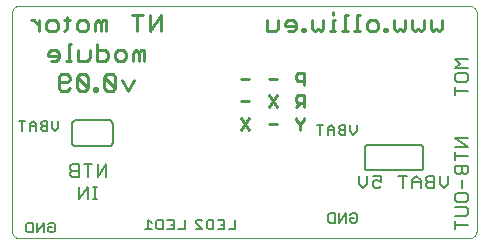
<source format=gbo>
G75*
%MOIN*%
%OFA0B0*%
%FSLAX24Y24*%
%IPPOS*%
%LPD*%
%AMOC8*
5,1,8,0,0,1.08239X$1,22.5*
%
%ADD10C,0.0000*%
%ADD11C,0.0100*%
%ADD12C,0.0080*%
%ADD13C,0.0060*%
D10*
X000425Y000238D02*
X015425Y000238D01*
X015455Y000240D01*
X015485Y000245D01*
X015514Y000254D01*
X015541Y000267D01*
X015567Y000282D01*
X015591Y000301D01*
X015612Y000322D01*
X015631Y000346D01*
X015646Y000372D01*
X015659Y000399D01*
X015668Y000428D01*
X015673Y000458D01*
X015675Y000488D01*
X015675Y007738D01*
X015673Y007768D01*
X015668Y007798D01*
X015659Y007827D01*
X015646Y007854D01*
X015631Y007880D01*
X015612Y007904D01*
X015591Y007925D01*
X015567Y007944D01*
X015541Y007959D01*
X015514Y007972D01*
X015485Y007981D01*
X015455Y007986D01*
X015425Y007988D01*
X000425Y007988D01*
X000395Y007986D01*
X000365Y007981D01*
X000336Y007972D01*
X000309Y007959D01*
X000283Y007944D01*
X000259Y007925D01*
X000238Y007904D01*
X000219Y007880D01*
X000204Y007854D01*
X000191Y007827D01*
X000182Y007798D01*
X000177Y007768D01*
X000175Y007738D01*
X000175Y000488D01*
X000177Y000458D01*
X000182Y000428D01*
X000191Y000399D01*
X000204Y000372D01*
X000219Y000346D01*
X000238Y000322D01*
X000259Y000301D01*
X000283Y000282D01*
X000309Y000267D01*
X000336Y000254D01*
X000365Y000245D01*
X000395Y000240D01*
X000425Y000238D01*
D11*
X007819Y003850D02*
X008085Y004250D01*
X007819Y004250D02*
X008085Y003850D01*
X008739Y004050D02*
X009006Y004050D01*
X009660Y004184D02*
X009794Y004050D01*
X009794Y003850D01*
X009794Y004050D02*
X009927Y004184D01*
X009927Y004250D01*
X009660Y004250D02*
X009660Y004184D01*
X009660Y004600D02*
X009794Y004733D01*
X009727Y004733D02*
X009927Y004733D01*
X009727Y004733D02*
X009660Y004800D01*
X009660Y004934D01*
X009727Y005000D01*
X009927Y005000D01*
X009927Y004600D01*
X009006Y004600D02*
X008739Y005000D01*
X009006Y005000D02*
X008739Y004600D01*
X008085Y004800D02*
X007819Y004800D01*
X007819Y005550D02*
X008085Y005550D01*
X008739Y005550D02*
X009006Y005550D01*
X009660Y005550D02*
X009727Y005483D01*
X009927Y005483D01*
X009660Y005550D02*
X009660Y005684D01*
X009727Y005750D01*
X009927Y005750D01*
X009927Y005350D01*
X009957Y007128D02*
X009863Y007128D01*
X009863Y007221D01*
X009957Y007221D01*
X009957Y007128D01*
X009653Y007221D02*
X009653Y007408D01*
X009560Y007501D01*
X009373Y007501D01*
X009279Y007408D01*
X009279Y007314D01*
X009653Y007314D01*
X009653Y007221D02*
X009560Y007128D01*
X009373Y007128D01*
X009045Y007221D02*
X008952Y007128D01*
X008672Y007128D01*
X008672Y007501D01*
X009045Y007501D02*
X009045Y007221D01*
X010191Y007221D02*
X010191Y007501D01*
X010565Y007501D02*
X010565Y007221D01*
X010471Y007128D01*
X010378Y007221D01*
X010284Y007128D01*
X010191Y007221D01*
X010783Y007128D02*
X010970Y007128D01*
X010876Y007128D02*
X010876Y007501D01*
X010970Y007501D01*
X010876Y007688D02*
X010876Y007781D01*
X011281Y007688D02*
X011281Y007128D01*
X011188Y007128D02*
X011375Y007128D01*
X011593Y007128D02*
X011780Y007128D01*
X011687Y007128D02*
X011687Y007688D01*
X011780Y007688D01*
X012014Y007408D02*
X012107Y007501D01*
X012294Y007501D01*
X012388Y007408D01*
X012388Y007221D01*
X012294Y007128D01*
X012107Y007128D01*
X012014Y007221D01*
X012014Y007408D01*
X012598Y007221D02*
X012598Y007128D01*
X012692Y007128D01*
X012692Y007221D01*
X012598Y007221D01*
X012926Y007221D02*
X012926Y007501D01*
X013299Y007501D02*
X013299Y007221D01*
X013206Y007128D01*
X013112Y007221D01*
X013019Y007128D01*
X012926Y007221D01*
X013533Y007221D02*
X013533Y007501D01*
X013907Y007501D02*
X013907Y007221D01*
X013814Y007128D01*
X013720Y007221D01*
X013627Y007128D01*
X013533Y007221D01*
X014141Y007221D02*
X014141Y007501D01*
X014515Y007501D02*
X014515Y007221D01*
X014421Y007128D01*
X014328Y007221D01*
X014234Y007128D01*
X014141Y007221D01*
X011375Y007688D02*
X011281Y007688D01*
X005154Y007688D02*
X005154Y007128D01*
X004780Y007128D02*
X004780Y007688D01*
X004546Y007688D02*
X004173Y007688D01*
X004359Y007688D02*
X004359Y007128D01*
X004780Y007128D02*
X005154Y007688D01*
X003331Y007501D02*
X003331Y007128D01*
X003144Y007128D02*
X003144Y007408D01*
X003051Y007501D01*
X002957Y007408D01*
X002957Y007128D01*
X002723Y007221D02*
X002630Y007128D01*
X002443Y007128D01*
X002349Y007221D01*
X002349Y007408D01*
X002443Y007501D01*
X002630Y007501D01*
X002723Y007408D01*
X002723Y007221D01*
X003144Y007408D02*
X003237Y007501D01*
X003331Y007501D01*
X002115Y007501D02*
X001929Y007501D01*
X002022Y007595D02*
X002022Y007221D01*
X001929Y007128D01*
X001710Y007221D02*
X001617Y007128D01*
X001430Y007128D01*
X001337Y007221D01*
X001337Y007408D01*
X001430Y007501D01*
X001617Y007501D01*
X001710Y007408D01*
X001710Y007221D01*
X001102Y007314D02*
X000916Y007501D01*
X000822Y007501D01*
X001102Y007501D02*
X001102Y007128D01*
X001481Y006511D02*
X001387Y006418D01*
X001387Y006324D01*
X001761Y006324D01*
X001761Y006231D02*
X001761Y006418D01*
X001667Y006511D01*
X001481Y006511D01*
X001761Y006231D02*
X001667Y006138D01*
X001481Y006138D01*
X001979Y006138D02*
X002166Y006138D01*
X002073Y006138D02*
X002073Y006698D01*
X002166Y006698D01*
X002400Y006511D02*
X002400Y006138D01*
X002680Y006138D01*
X002774Y006231D01*
X002774Y006511D01*
X003008Y006511D02*
X003288Y006511D01*
X003381Y006418D01*
X003381Y006231D01*
X003288Y006138D01*
X003008Y006138D01*
X003008Y006698D01*
X003616Y006418D02*
X003709Y006511D01*
X003896Y006511D01*
X003989Y006418D01*
X003989Y006231D01*
X003896Y006138D01*
X003709Y006138D01*
X003616Y006231D01*
X003616Y006418D01*
X004223Y006418D02*
X004223Y006138D01*
X004410Y006138D02*
X004410Y006418D01*
X004317Y006511D01*
X004223Y006418D01*
X004410Y006418D02*
X004503Y006511D01*
X004597Y006511D01*
X004597Y006138D01*
X004242Y005521D02*
X004056Y005148D01*
X003869Y005521D01*
X003635Y005615D02*
X003541Y005708D01*
X003354Y005708D01*
X003261Y005615D01*
X003635Y005241D01*
X003541Y005148D01*
X003354Y005148D01*
X003261Y005241D01*
X003261Y005615D01*
X003635Y005615D02*
X003635Y005241D01*
X003027Y005241D02*
X003027Y005148D01*
X002934Y005148D01*
X002934Y005241D01*
X003027Y005241D01*
X002723Y005241D02*
X002349Y005615D01*
X002349Y005241D01*
X002443Y005148D01*
X002630Y005148D01*
X002723Y005241D01*
X002723Y005615D01*
X002630Y005708D01*
X002443Y005708D01*
X002349Y005615D01*
X002115Y005615D02*
X002115Y005521D01*
X002022Y005428D01*
X001742Y005428D01*
X001742Y005241D02*
X001742Y005615D01*
X001835Y005708D01*
X002022Y005708D01*
X002115Y005615D01*
X002115Y005241D02*
X002022Y005148D01*
X001835Y005148D01*
X001742Y005241D01*
D12*
X001733Y004135D02*
X001733Y003922D01*
X001627Y003815D01*
X001520Y003922D01*
X001520Y004135D01*
X001365Y004135D02*
X001205Y004135D01*
X001151Y004082D01*
X001151Y004029D01*
X001205Y003975D01*
X001365Y003975D01*
X001205Y003975D02*
X001151Y003922D01*
X001151Y003868D01*
X001205Y003815D01*
X001365Y003815D01*
X001365Y004135D01*
X000997Y004029D02*
X000890Y004135D01*
X000783Y004029D01*
X000783Y003815D01*
X000522Y003815D02*
X000522Y004135D01*
X000628Y004135D02*
X000415Y004135D01*
X000783Y003975D02*
X000997Y003975D01*
X000997Y004029D02*
X000997Y003815D01*
X002195Y002698D02*
X002125Y002628D01*
X002125Y002558D01*
X002195Y002488D01*
X002405Y002488D01*
X002405Y002278D02*
X002405Y002698D01*
X002195Y002698D01*
X002195Y002488D02*
X002125Y002418D01*
X002125Y002348D01*
X002195Y002278D01*
X002405Y002278D01*
X002725Y002278D02*
X002725Y002698D01*
X002865Y002698D02*
X002585Y002698D01*
X003045Y002698D02*
X003045Y002278D01*
X003326Y002698D01*
X003326Y002278D01*
X003019Y001948D02*
X002879Y001948D01*
X002949Y001948D02*
X002949Y001528D01*
X003019Y001528D02*
X002879Y001528D01*
X002712Y001528D02*
X002712Y001948D01*
X002431Y001528D01*
X002431Y001948D01*
X001562Y000760D02*
X001615Y000707D01*
X001615Y000493D01*
X001562Y000440D01*
X001455Y000440D01*
X001401Y000493D01*
X001401Y000600D01*
X001508Y000600D01*
X001401Y000707D02*
X001455Y000760D01*
X001562Y000760D01*
X001247Y000760D02*
X001033Y000440D01*
X001033Y000760D01*
X000878Y000760D02*
X000718Y000760D01*
X000665Y000707D01*
X000665Y000493D01*
X000718Y000440D01*
X000878Y000440D01*
X000878Y000760D01*
X001247Y000760D02*
X001247Y000440D01*
X004629Y000528D02*
X004843Y000528D01*
X004736Y000528D02*
X004736Y000848D01*
X004843Y000741D01*
X004997Y000794D02*
X005051Y000848D01*
X005211Y000848D01*
X005211Y000528D01*
X005051Y000528D01*
X004997Y000581D01*
X004997Y000794D01*
X005366Y000848D02*
X005579Y000848D01*
X005579Y000528D01*
X005366Y000528D01*
X005472Y000688D02*
X005579Y000688D01*
X005734Y000528D02*
X005948Y000528D01*
X005948Y000848D01*
X006317Y000794D02*
X006370Y000848D01*
X006477Y000848D01*
X006530Y000794D01*
X006685Y000794D02*
X006738Y000848D01*
X006898Y000848D01*
X006898Y000528D01*
X006738Y000528D01*
X006685Y000581D01*
X006685Y000794D01*
X007053Y000848D02*
X007267Y000848D01*
X007267Y000528D01*
X007053Y000528D01*
X007160Y000688D02*
X007267Y000688D01*
X007421Y000528D02*
X007635Y000528D01*
X007635Y000848D01*
X006530Y000528D02*
X006317Y000741D01*
X006317Y000794D01*
X006317Y000528D02*
X006530Y000528D01*
X010727Y000806D02*
X010727Y001019D01*
X010781Y001073D01*
X010941Y001073D01*
X010941Y000753D01*
X010781Y000753D01*
X010727Y000806D01*
X011096Y000753D02*
X011096Y001073D01*
X011309Y001073D02*
X011096Y000753D01*
X011309Y000753D02*
X011309Y001073D01*
X011464Y001019D02*
X011517Y001073D01*
X011624Y001073D01*
X011677Y001019D01*
X011677Y000806D01*
X011624Y000753D01*
X011517Y000753D01*
X011464Y000806D01*
X011464Y000913D01*
X011571Y000913D01*
X011893Y001903D02*
X011753Y002043D01*
X011753Y002323D01*
X012033Y002323D02*
X012033Y002043D01*
X011893Y001903D01*
X012213Y001973D02*
X012283Y001903D01*
X012423Y001903D01*
X012493Y001973D01*
X012493Y002113D02*
X012353Y002183D01*
X012283Y002183D01*
X012213Y002113D01*
X012213Y001973D01*
X012493Y002113D02*
X012493Y002323D01*
X012213Y002323D01*
X013065Y002323D02*
X013345Y002323D01*
X013205Y002323D02*
X013205Y001903D01*
X013526Y001903D02*
X013526Y002183D01*
X013666Y002323D01*
X013806Y002183D01*
X013806Y001903D01*
X013986Y001973D02*
X014056Y001903D01*
X014266Y001903D01*
X014266Y002323D01*
X014056Y002323D01*
X013986Y002253D01*
X013986Y002183D01*
X014056Y002113D01*
X014266Y002113D01*
X014446Y002043D02*
X014446Y002323D01*
X014727Y002323D02*
X014727Y002043D01*
X014586Y001903D01*
X014446Y002043D01*
X014056Y002113D02*
X013986Y002043D01*
X013986Y001973D01*
X013806Y002113D02*
X013526Y002113D01*
X014965Y002442D02*
X015035Y002371D01*
X015105Y002371D01*
X015175Y002442D01*
X015175Y002652D01*
X015385Y002652D02*
X015385Y002442D01*
X015315Y002371D01*
X015245Y002371D01*
X015175Y002442D01*
X014965Y002442D02*
X014965Y002652D01*
X015385Y002652D01*
X014965Y002832D02*
X014965Y003112D01*
X014965Y002972D02*
X015385Y002972D01*
X015385Y003292D02*
X014965Y003292D01*
X014965Y003573D02*
X015385Y003292D01*
X015385Y003573D02*
X014965Y003573D01*
X014965Y004996D02*
X014965Y005277D01*
X014965Y005137D02*
X015385Y005137D01*
X015315Y005457D02*
X015035Y005457D01*
X014965Y005527D01*
X014965Y005667D01*
X015035Y005737D01*
X015315Y005737D01*
X015385Y005667D01*
X015385Y005527D01*
X015315Y005457D01*
X015385Y005917D02*
X014965Y005917D01*
X015105Y006057D01*
X014965Y006198D01*
X015385Y006198D01*
X011671Y004010D02*
X011671Y003797D01*
X011564Y003690D01*
X011457Y003797D01*
X011457Y004010D01*
X011302Y004010D02*
X011142Y004010D01*
X011089Y003957D01*
X011089Y003904D01*
X011142Y003850D01*
X011302Y003850D01*
X011142Y003850D02*
X011089Y003797D01*
X011089Y003743D01*
X011142Y003690D01*
X011302Y003690D01*
X011302Y004010D01*
X010934Y003904D02*
X010827Y004010D01*
X010721Y003904D01*
X010721Y003690D01*
X010459Y003690D02*
X010459Y004010D01*
X010566Y004010D02*
X010352Y004010D01*
X010721Y003850D02*
X010934Y003850D01*
X010934Y003904D02*
X010934Y003690D01*
X014965Y001661D02*
X015035Y001731D01*
X015315Y001731D01*
X015385Y001661D01*
X015385Y001521D01*
X015315Y001451D01*
X015035Y001451D01*
X014965Y001521D01*
X014965Y001661D01*
X015175Y001911D02*
X015175Y002191D01*
X015315Y001271D02*
X014965Y001271D01*
X015315Y001271D02*
X015385Y001200D01*
X015385Y001060D01*
X015315Y000990D01*
X014965Y000990D01*
X014965Y000810D02*
X014965Y000530D01*
X014965Y000670D02*
X015385Y000670D01*
D13*
X013800Y002500D02*
X012050Y002500D01*
X012033Y002502D01*
X012016Y002506D01*
X012000Y002513D01*
X011986Y002523D01*
X011973Y002536D01*
X011963Y002550D01*
X011956Y002566D01*
X011952Y002583D01*
X011950Y002600D01*
X011950Y003250D01*
X011952Y003267D01*
X011956Y003284D01*
X011963Y003300D01*
X011973Y003314D01*
X011986Y003327D01*
X012000Y003337D01*
X012016Y003344D01*
X012033Y003348D01*
X012050Y003350D01*
X013800Y003350D01*
X013817Y003348D01*
X013834Y003344D01*
X013850Y003337D01*
X013864Y003327D01*
X013877Y003314D01*
X013887Y003300D01*
X013894Y003284D01*
X013898Y003267D01*
X013900Y003250D01*
X013900Y002600D01*
X013898Y002583D01*
X013894Y002566D01*
X013887Y002550D01*
X013877Y002536D01*
X013864Y002523D01*
X013850Y002513D01*
X013834Y002506D01*
X013817Y002502D01*
X013800Y002500D01*
X003538Y003413D02*
X003538Y004063D01*
X003536Y004080D01*
X003532Y004097D01*
X003525Y004113D01*
X003515Y004127D01*
X003502Y004140D01*
X003488Y004150D01*
X003472Y004157D01*
X003455Y004161D01*
X003438Y004163D01*
X002288Y004163D01*
X002271Y004161D01*
X002254Y004157D01*
X002238Y004150D01*
X002224Y004140D01*
X002211Y004127D01*
X002201Y004113D01*
X002194Y004097D01*
X002190Y004080D01*
X002188Y004063D01*
X002188Y003413D01*
X002190Y003396D01*
X002194Y003379D01*
X002201Y003363D01*
X002211Y003349D01*
X002224Y003336D01*
X002238Y003326D01*
X002254Y003319D01*
X002271Y003315D01*
X002288Y003313D01*
X003438Y003313D01*
X003455Y003315D01*
X003472Y003319D01*
X003488Y003326D01*
X003502Y003336D01*
X003515Y003349D01*
X003525Y003363D01*
X003532Y003379D01*
X003536Y003396D01*
X003538Y003413D01*
M02*

</source>
